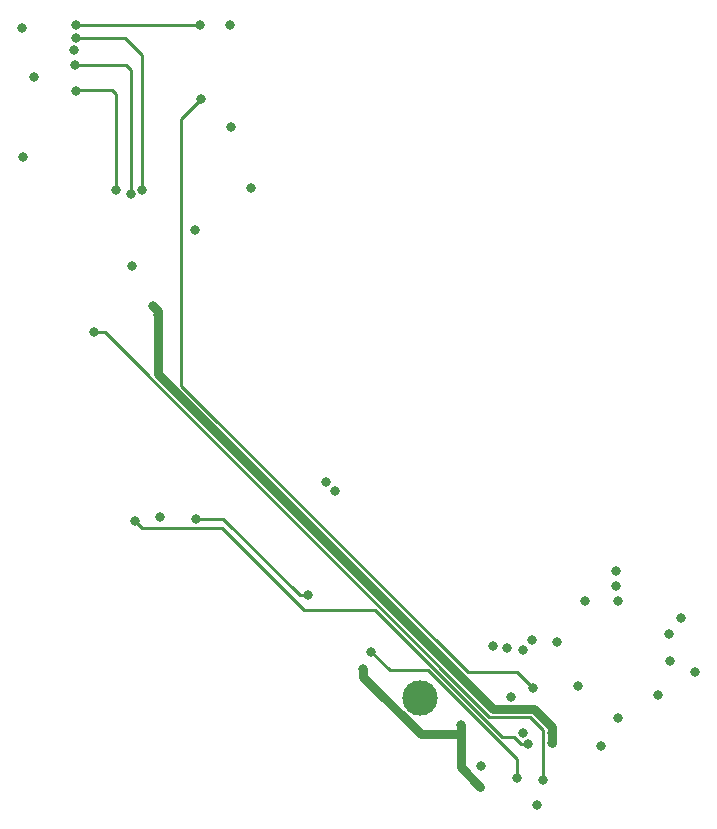
<source format=gbr>
G04 #@! TF.GenerationSoftware,KiCad,Pcbnew,6.0.0+dfsg1-2*
G04 #@! TF.CreationDate,2022-02-08T13:12:27-05:00*
G04 #@! TF.ProjectId,RUSP_Daughterboard,52555350-5f44-4617-9567-68746572626f,rev?*
G04 #@! TF.SameCoordinates,Original*
G04 #@! TF.FileFunction,Copper,L2,Inr*
G04 #@! TF.FilePolarity,Positive*
%FSLAX46Y46*%
G04 Gerber Fmt 4.6, Leading zero omitted, Abs format (unit mm)*
G04 Created by KiCad (PCBNEW 6.0.0+dfsg1-2) date 2022-02-08 13:12:27*
%MOMM*%
%LPD*%
G01*
G04 APERTURE LIST*
G04 #@! TA.AperFunction,ComponentPad*
%ADD10C,3.000000*%
G04 #@! TD*
G04 #@! TA.AperFunction,ViaPad*
%ADD11C,0.800000*%
G04 #@! TD*
G04 #@! TA.AperFunction,Conductor*
%ADD12C,0.250000*%
G04 #@! TD*
G04 #@! TA.AperFunction,Conductor*
%ADD13C,0.750000*%
G04 #@! TD*
G04 APERTURE END LIST*
D10*
X154000000Y-128000000D03*
D11*
X159132660Y-135507340D03*
X124723699Y-73134294D03*
X120300000Y-71300000D03*
X135000000Y-88400000D03*
X165600000Y-123300000D03*
X149225010Y-125524888D03*
X157480000Y-130302000D03*
X170800000Y-129700000D03*
X146050000Y-109728000D03*
X146812000Y-110490000D03*
X120396006Y-82200000D03*
X174149991Y-127749991D03*
X162700000Y-131000000D03*
X161400000Y-123800000D03*
X175200000Y-124900000D03*
X161694805Y-127925000D03*
X160200000Y-123600000D03*
X177300000Y-125800000D03*
X139700000Y-84836000D03*
X138000000Y-79700000D03*
X121300000Y-75400000D03*
X169300000Y-132100000D03*
X159200000Y-133800000D03*
X137900000Y-71000000D03*
X129537660Y-85362340D03*
X170650000Y-118550000D03*
X124800000Y-74400000D03*
X124909034Y-72152125D03*
X130481712Y-85032505D03*
X170600000Y-117250000D03*
X135500000Y-77250000D03*
X163600000Y-127200000D03*
X124900000Y-76600000D03*
X170800000Y-119750000D03*
X128300000Y-85000000D03*
X168000000Y-119800000D03*
X163500000Y-123100000D03*
X176100000Y-121200000D03*
X129600000Y-91400000D03*
X164400000Y-134974990D03*
X126437701Y-97037701D03*
X129900000Y-113000000D03*
X163200000Y-131900000D03*
X163900000Y-137025010D03*
X132029325Y-112674990D03*
X144500000Y-119300000D03*
X135010743Y-112824979D03*
X149855726Y-124068501D03*
X162200000Y-134800000D03*
X135400000Y-71000000D03*
X124900000Y-71000000D03*
X165201292Y-131775010D03*
X131400000Y-94800000D03*
X131826000Y-95600000D03*
X165201292Y-131001292D03*
X167400000Y-127000000D03*
X162775000Y-123900000D03*
X175124500Y-122600000D03*
D12*
X149855726Y-124068501D02*
X151463648Y-125676423D01*
X151463648Y-125676423D02*
X154676423Y-125676423D01*
X154676423Y-125676423D02*
X162200000Y-133200000D01*
X162200000Y-133200000D02*
X162200000Y-134800000D01*
X129900000Y-113000000D02*
X130499999Y-113599999D01*
X130499999Y-113599999D02*
X137226997Y-113599999D01*
X137226997Y-113599999D02*
X144151999Y-120525001D01*
X144151999Y-120525001D02*
X150162105Y-120525001D01*
X150162105Y-120525001D02*
X160937207Y-131300103D01*
X160937207Y-131300103D02*
X161975489Y-131300103D01*
X161975489Y-131300103D02*
X162575386Y-131900000D01*
X162575386Y-131900000D02*
X163200000Y-131900000D01*
X124900000Y-71000000D02*
X135400000Y-71000000D01*
X130481712Y-73581712D02*
X130481712Y-85032505D01*
X124909034Y-72152125D02*
X124911159Y-72150000D01*
X124911159Y-72150000D02*
X129050000Y-72150000D01*
X129050000Y-72150000D02*
X130481712Y-73581712D01*
X129100000Y-74400000D02*
X129537660Y-74837660D01*
X124800000Y-74400000D02*
X129100000Y-74400000D01*
X129537660Y-74837660D02*
X129537660Y-85362340D01*
X128300000Y-76900000D02*
X128300000Y-85000000D01*
X124900000Y-76600000D02*
X125000000Y-76500000D01*
X125000000Y-76500000D02*
X127900000Y-76500000D01*
X127900000Y-76500000D02*
X128300000Y-76900000D01*
D13*
X157480000Y-130302000D02*
X157480000Y-131064000D01*
X154098437Y-131064000D02*
X149225010Y-126190573D01*
X157480000Y-133854680D02*
X159132660Y-135507340D01*
X149225010Y-126190573D02*
X149225010Y-125524888D01*
X157480000Y-131064000D02*
X154098437Y-131064000D01*
X157480000Y-131064000D02*
X157480000Y-133854680D01*
D12*
X135500000Y-77250000D02*
X133800000Y-78950000D01*
X162244988Y-125844988D02*
X163600000Y-127200000D01*
X158097740Y-125844988D02*
X162244988Y-125844988D01*
X133800000Y-78950000D02*
X133800000Y-101547248D01*
X133800000Y-101547248D02*
X158097740Y-125844988D01*
X126437701Y-97037701D02*
X127310523Y-97037701D01*
X159872833Y-129600011D02*
X163300011Y-129600011D01*
X127310523Y-97037701D02*
X159872833Y-129600011D01*
X163300011Y-129600011D02*
X164400000Y-130700000D01*
X164400000Y-130700000D02*
X164400000Y-134974990D01*
X143849997Y-119300000D02*
X137374976Y-112824979D01*
X137374976Y-112824979D02*
X135010743Y-112824979D01*
X144500000Y-119300000D02*
X143849997Y-119300000D01*
D13*
X163665685Y-128900000D02*
X160162787Y-128900000D01*
X160162787Y-128900000D02*
X131826000Y-100563213D01*
X131400000Y-94800000D02*
X131826000Y-95226000D01*
X165201292Y-131001292D02*
X165201292Y-130435607D01*
X165201292Y-130435607D02*
X163665685Y-128900000D01*
X131826000Y-95226000D02*
X131826000Y-95600000D01*
X165201292Y-131775010D02*
X165201292Y-131001292D01*
X131826000Y-100563213D02*
X131826000Y-95600000D01*
M02*

</source>
